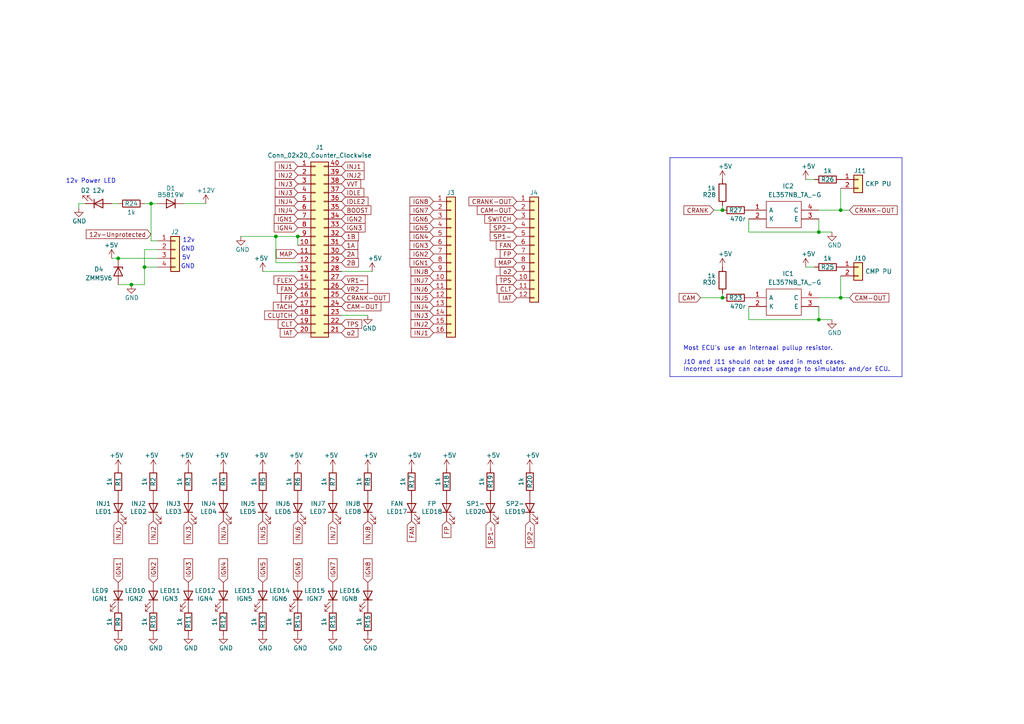
<source format=kicad_sch>
(kicad_sch (version 20230121) (generator eeschema)
  (paper "A4")
  (lib_symbols
    (symbol "Connector_Generic:Conn_01x02" (pin_names (offset 1.016) hide)
      (property "Reference" "J" (at 0 2.54 0))
      (property "Value" "Conn_01x02" (at 0 -5.08 0))
      (symbol "Conn_01x02_1_1"
        (pin passive line (at -5.08 0 0) (length 3.81) (name "Pin_1") (number "1"))
        (pin passive line (at -5.08 -2.54 0) (length 3.81) (name "Pin_2") (number "2"))
      )
    )
    (symbol "Connector_Generic:Conn_01x04" (pin_names (offset 1.016) hide)
      (property "Reference" "J" (at 0 5.08 0))
      (property "Value" "Conn_01x04" (at 0 -7.62 0))
      (symbol "Conn_01x04_1_1"
        (pin passive line (at -5.08 2.54 0) (length 3.81) (name "Pin_1") (number "1"))
        (pin passive line (at -5.08 0 0) (length 3.81) (name "Pin_2") (number "2"))
        (pin passive line (at -5.08 -2.54 0) (length 3.81) (name "Pin_3") (number "3"))
        (pin passive line (at -5.08 -5.08 0) (length 3.81) (name "Pin_4") (number "4"))
      )
    )
    (symbol "Connector_Generic:Conn_01x12" (pin_names (offset 1.016) hide)
      (property "Reference" "J" (at 0 15.24 0))
      (property "Value" "Conn_01x12" (at 0 -17.78 0))
      (symbol "Conn_01x12_1_1"
        (pin passive line (at -5.08 12.7 0) (length 3.81) (name "Pin_1") (number "1"))
        (pin passive line (at -5.08 -10.16 0) (length 3.81) (name "Pin_10") (number "10"))
        (pin passive line (at -5.08 -12.7 0) (length 3.81) (name "Pin_11") (number "11"))
        (pin passive line (at -5.08 -15.24 0) (length 3.81) (name "Pin_12") (number "12"))
        (pin passive line (at -5.08 10.16 0) (length 3.81) (name "Pin_2") (number "2"))
        (pin passive line (at -5.08 7.62 0) (length 3.81) (name "Pin_3") (number "3"))
        (pin passive line (at -5.08 5.08 0) (length 3.81) (name "Pin_4") (number "4"))
        (pin passive line (at -5.08 2.54 0) (length 3.81) (name "Pin_5") (number "5"))
        (pin passive line (at -5.08 0 0) (length 3.81) (name "Pin_6") (number "6"))
        (pin passive line (at -5.08 -2.54 0) (length 3.81) (name "Pin_7") (number "7"))
        (pin passive line (at -5.08 -5.08 0) (length 3.81) (name "Pin_8") (number "8"))
        (pin passive line (at -5.08 -7.62 0) (length 3.81) (name "Pin_9") (number "9"))
      )
    )
    (symbol "Connector_Generic:Conn_01x16" (pin_names (offset 1.016) hide)
      (property "Reference" "J" (at 0 20.32 0))
      (property "Value" "Conn_01x16" (at 0 -22.86 0))
      (symbol "Conn_01x16_1_1"
        (pin passive line (at -5.08 17.78 0) (length 3.81) (name "Pin_1") (number "1"))
        (pin passive line (at -5.08 -5.08 0) (length 3.81) (name "Pin_10") (number "10"))
        (pin passive line (at -5.08 -7.62 0) (length 3.81) (name "Pin_11") (number "11"))
        (pin passive line (at -5.08 -10.16 0) (length 3.81) (name "Pin_12") (number "12"))
        (pin passive line (at -5.08 -12.7 0) (length 3.81) (name "Pin_13") (number "13"))
        (pin passive line (at -5.08 -15.24 0) (length 3.81) (name "Pin_14") (number "14"))
        (pin passive line (at -5.08 -17.78 0) (length 3.81) (name "Pin_15") (number "15"))
        (pin passive line (at -5.08 -20.32 0) (length 3.81) (name "Pin_16") (number "16"))
        (pin passive line (at -5.08 15.24 0) (length 3.81) (name "Pin_2") (number "2"))
        (pin passive line (at -5.08 12.7 0) (length 3.81) (name "Pin_3") (number "3"))
        (pin passive line (at -5.08 10.16 0) (length 3.81) (name "Pin_4") (number "4"))
        (pin passive line (at -5.08 7.62 0) (length 3.81) (name "Pin_5") (number "5"))
        (pin passive line (at -5.08 5.08 0) (length 3.81) (name "Pin_6") (number "6"))
        (pin passive line (at -5.08 2.54 0) (length 3.81) (name "Pin_7") (number "7"))
        (pin passive line (at -5.08 0 0) (length 3.81) (name "Pin_8") (number "8"))
        (pin passive line (at -5.08 -2.54 0) (length 3.81) (name "Pin_9") (number "9"))
      )
    )
    (symbol "Device:D" (pin_numbers hide) (pin_names (offset 1.016) hide)
      (property "Reference" "D" (at 0 2.54 0))
      (property "Value" "D" (at 0 -2.54 0))
      (symbol "D_1_1"
        (pin passive line (at -3.81 0 0) (length 2.54) (name "K") (number "1"))
        (pin passive line (at 3.81 0 180) (length 2.54) (name "A") (number "2"))
      )
    )
    (symbol "Device:LED" (pin_numbers hide) (pin_names (offset 1.016) hide)
      (property "Reference" "D" (at 0 2.54 0))
      (property "Value" "LED" (at 0 -2.54 0))
      (symbol "LED_1_1"
        (pin passive line (at -3.81 0 0) (length 2.54) (name "K") (number "1"))
        (pin passive line (at 3.81 0 180) (length 2.54) (name "A") (number "2"))
      )
    )
    (symbol "Device:R" (pin_numbers hide) (pin_names (offset 0))
      (property "Reference" "R" (at 2.032 0 90))
      (property "Value" "R" (at 0 0 90))
      (symbol "R_1_1"
        (pin passive line (at 0 3.81 270) (length 1.27) (name "~") (number "1"))
        (pin passive line (at 0 -3.81 90) (length 1.27) (name "~") (number "2"))
      )
    )
    (symbol "Diode:ZMMxx" (pin_numbers hide) (pin_names hide)
      (property "Reference" "D" (at 0 2.54 0))
      (property "Value" "ZMMxx" (at 0 -2.54 0))
      (symbol "ZMMxx_1_1"
        (pin passive line (at -3.81 0 0) (length 2.54) (name "K") (number "1"))
        (pin passive line (at 3.81 0 180) (length 2.54) (name "A") (number "2"))
      )
    )
    (symbol "EL357NB_TA_-G:EL357NB_TA_-G" (pin_names (offset 0.762))
      (property "Reference" "IC" (at 16.51 7.62 0))
      (property "Value" "EL357NB_TA_-G" (at 16.51 5.08 0))
      (symbol "EL357NB_TA_-G_0_0"
        (pin passive line (at 0 0 0) (length 5.08) (name "A") (number "1"))
        (pin passive line (at 0 -2.54 0) (length 5.08) (name "K") (number "2"))
        (pin passive line (at 20.32 -2.54 180) (length 5.08) (name "E") (number "3"))
        (pin passive line (at 20.32 0 180) (length 5.08) (name "C") (number "4"))
      )
    )
    (symbol "Pre_Ignition-rescue:Conn_02x20_Counter_Clockwise-Connector_Generic" (pin_names (offset 1.016) hide)
      (property "Reference" "J" (at 1.27 25.4 0))
      (property "Value" "Conn_02x20_Counter_Clockwise-Connector_Generic" (at 1.27 -27.94 0))
      (symbol "Conn_02x20_Counter_Clockwise-Connector_Generic_1_1"
        (pin passive line (at -5.08 22.86 0) (length 3.81) (name "Pin_1") (number "1"))
        (pin passive line (at -5.08 0 0) (length 3.81) (name "Pin_10") (number "10"))
        (pin passive line (at -5.08 -2.54 0) (length 3.81) (name "Pin_11") (number "11"))
        (pin passive line (at -5.08 -5.08 0) (length 3.81) (name "Pin_12") (number "12"))
        (pin passive line (at -5.08 -7.62 0) (length 3.81) (name "Pin_13") (number "13"))
        (pin passive line (at -5.08 -10.16 0) (length 3.81) (name "Pin_14") (number "14"))
        (pin passive line (at -5.08 -12.7 0) (length 3.81) (name "Pin_15") (number "15"))
        (pin passive line (at -5.08 -15.24 0) (length 3.81) (name "Pin_16") (number "16"))
        (pin passive line (at -5.08 -17.78 0) (length 3.81) (name "Pin_17") (number "17"))
        (pin passive line (at -5.08 -20.32 0) (length 3.81) (name "Pin_18") (number "18"))
        (pin passive line (at -5.08 -22.86 0) (length 3.81) (name "Pin_19") (number "19"))
        (pin passive line (at -5.08 20.32 0) (length 3.81) (name "Pin_2") (number "2"))
        (pin passive line (at -5.08 -25.4 0) (length 3.81) (name "Pin_20") (number "20"))
        (pin passive line (at 7.62 -25.4 180) (length 3.81) (name "Pin_21") (number "21"))
        (pin passive line (at 7.62 -22.86 180) (length 3.81) (name "Pin_22") (number "22"))
        (pin passive line (at 7.62 -20.32 180) (length 3.81) (name "Pin_23") (number "23"))
        (pin passive line (at 7.62 -17.78 180) (length 3.81) (name "Pin_24") (number "24"))
        (pin passive line (at 7.62 -15.24 180) (length 3.81) (name "Pin_25") (number "25"))
        (pin passive line (at 7.62 -12.7 180) (length 3.81) (name "Pin_26") (number "26"))
        (pin passive line (at 7.62 -10.16 180) (length 3.81) (name "Pin_27") (number "27"))
        (pin passive line (at 7.62 -7.62 180) (length 3.81) (name "Pin_28") (number "28"))
        (pin passive line (at 7.62 -5.08 180) (length 3.81) (name "Pin_29") (number "29"))
        (pin passive line (at -5.08 17.78 0) (length 3.81) (name "Pin_3") (number "3"))
        (pin passive line (at 7.62 -2.54 180) (length 3.81) (name "Pin_30") (number "30"))
        (pin passive line (at 7.62 0 180) (length 3.81) (name "Pin_31") (number "31"))
        (pin passive line (at 7.62 2.54 180) (length 3.81) (name "Pin_32") (number "32"))
        (pin passive line (at 7.62 5.08 180) (length 3.81) (name "Pin_33") (number "33"))
        (pin passive line (at 7.62 7.62 180) (length 3.81) (name "Pin_34") (number "34"))
        (pin passive line (at 7.62 10.16 180) (length 3.81) (name "Pin_35") (number "35"))
        (pin passive line (at 7.62 12.7 180) (length 3.81) (name "Pin_36") (number "36"))
        (pin passive line (at 7.62 15.24 180) (length 3.81) (name "Pin_37") (number "37"))
        (pin passive line (at 7.62 17.78 180) (length 3.81) (name "Pin_38") (number "38"))
        (pin passive line (at 7.62 20.32 180) (length 3.81) (name "Pin_39") (number "39"))
        (pin passive line (at -5.08 15.24 0) (length 3.81) (name "Pin_4") (number "4"))
        (pin passive line (at 7.62 22.86 180) (length 3.81) (name "Pin_40") (number "40"))
        (pin passive line (at -5.08 12.7 0) (length 3.81) (name "Pin_5") (number "5"))
        (pin passive line (at -5.08 10.16 0) (length 3.81) (name "Pin_6") (number "6"))
        (pin passive line (at -5.08 7.62 0) (length 3.81) (name "Pin_7") (number "7"))
        (pin passive line (at -5.08 5.08 0) (length 3.81) (name "Pin_8") (number "8"))
        (pin passive line (at -5.08 2.54 0) (length 3.81) (name "Pin_9") (number "9"))
      )
    )
    (symbol "power:+12V" (power) (pin_names (offset 0))
      (property "Value" "+12V" (at 0 3.556 0))
      (symbol "+12V_1_1"
        (pin power_in line (at 0 0 90) (length 0) hide (name "+12V") (number "1"))
      )
    )
    (symbol "power:+5V" (power) (pin_names (offset 0))
      (property "Value" "+5V" (at 0 3.556 0))
      (symbol "+5V_1_1"
        (pin power_in line (at 0 0 90) (length 0) hide (name "+5V") (number "1"))
      )
    )
    (symbol "power:GND" (power) (pin_names (offset 0))
      (property "Value" "GND" (at 0 -3.81 0))
      (symbol "GND_1_1"
        (pin power_in line (at 0 0 270) (length 0) hide (name "GND") (number "1"))
      )
    )
  )
  (junction (at 34.29 74.93))
  (junction (at 209.55 86.36))
  (junction (at 41.91 77.47))
  (junction (at 237.49 67.31))
  (junction (at 80.01 68.58))
  (junction (at 243.84 86.36))
  (junction (at 243.84 60.96))
  (junction (at 86.36 68.58))
  (junction (at 43.815 59.055))
  (junction (at 38.1 82.55))
  (junction (at 209.55 60.96))
  (junction (at 237.49 92.71))
  (wire (pts (xy 243.84 86.36) (xy 237.49 86.36)))
  (polyline (pts (xy 261.62 45.72) (xy 261.62 109.22)))
  (polyline (pts (xy 261.62 109.22) (xy 194.31 109.22)))
  (wire (pts (xy 43.815 59.055) (xy 43.815 69.85)))
  (wire (pts (xy 38.1 82.55) (xy 41.91 82.55)))
  (wire (pts (xy 107.95 78.74) (xy 99.06 78.74)))
  (wire (pts (xy 41.91 82.55) (xy 41.91 77.47)))
  (wire (pts (xy 34.29 74.93) (xy 45.72 74.93)))
  (wire (pts (xy 246.38 60.96) (xy 243.84 60.96)))
  (wire (pts (xy 22.86 60.325) (xy 22.86 59.055)))
  (wire (pts (xy 80.01 68.58) (xy 80.01 76.2)))
  (wire (pts (xy 34.29 82.55) (xy 38.1 82.55)))
  (polyline (pts (xy 194.31 109.22) (xy 194.31 45.72)))
  (polyline (pts (xy 194.31 45.72) (xy 261.62 45.72)))
  (wire (pts (xy 203.2 86.36) (xy 209.55 86.36)))
  (wire (pts (xy 32.385 59.055) (xy 34.29 59.055)))
  (wire (pts (xy 32.385 74.93) (xy 34.29 74.93)))
  (wire (pts (xy 217.17 88.9) (xy 217.17 92.71)))
  (wire (pts (xy 41.91 77.47) (xy 45.72 77.47)))
  (wire (pts (xy 86.36 71.12) (xy 86.36 68.58)))
  (wire (pts (xy 53.34 59.055) (xy 59.69 59.055)))
  (wire (pts (xy 217.17 63.5) (xy 217.17 67.31)))
  (wire (pts (xy 233.68 52.07) (xy 236.22 52.07)))
  (wire (pts (xy 41.91 72.39) (xy 45.72 72.39)))
  (wire (pts (xy 80.01 76.2) (xy 86.36 76.2)))
  (wire (pts (xy 209.55 59.69) (xy 209.55 60.96)))
  (wire (pts (xy 207.01 60.96) (xy 209.55 60.96)))
  (wire (pts (xy 243.84 60.96) (xy 237.49 60.96)))
  (wire (pts (xy 237.49 92.71) (xy 241.3 92.71)))
  (wire (pts (xy 43.815 69.85) (xy 45.72 69.85)))
  (wire (pts (xy 80.01 68.58) (xy 86.36 68.58)))
  (wire (pts (xy 209.55 85.09) (xy 209.55 86.36)))
  (wire (pts (xy 237.49 88.9) (xy 237.49 92.71)))
  (wire (pts (xy 41.91 72.39) (xy 41.91 77.47)))
  (wire (pts (xy 43.815 59.055) (xy 45.72 59.055)))
  (wire (pts (xy 22.86 59.055) (xy 24.765 59.055)))
  (wire (pts (xy 237.49 63.5) (xy 237.49 67.31)))
  (wire (pts (xy 41.91 59.055) (xy 43.815 59.055)))
  (wire (pts (xy 243.84 54.61) (xy 243.84 60.96)))
  (wire (pts (xy 237.49 67.31) (xy 241.3 67.31)))
  (wire (pts (xy 217.17 92.71) (xy 237.49 92.71)))
  (wire (pts (xy 243.84 80.01) (xy 243.84 86.36)))
  (wire (pts (xy 246.38 86.36) (xy 243.84 86.36)))
  (wire (pts (xy 106.68 91.44) (xy 99.06 91.44)))
  (wire (pts (xy 217.17 67.31) (xy 237.49 67.31)))
  (wire (pts (xy 233.68 77.47) (xy 236.22 77.47)))
  (wire (pts (xy 76.2 78.74) (xy 86.36 78.74)))
  (wire (pts (xy 69.85 68.58) (xy 80.01 68.58)))
  (text "Most ECU's use an internaal pullup resistor. \n\nJ10 and J11 should not be used in most cases.\nIncorrect usage can cause damage to simulator and/or ECU." (at 198.12 107.95 0) (effects (font (size 1.27 1.27)) (justify left bottom)))
  (text "GND" (at 56.515 78.105 0) (effects (font (size 1.27 1.27)) (justify right bottom)))
  (text "GND" (at 56.515 73.025 0) (effects (font (size 1.27 1.27)) (justify right bottom)))
  (text "12v" (at 56.515 70.485 0) (effects (font (size 1.27 1.27)) (justify right bottom)))
  (text "5V" (at 55.245 75.565 0) (effects (font (size 1.27 1.27)) (justify right bottom)))
  (text "12v Power LED" (at 33.655 53.34 0) (effects (font (size 1.27 1.27)) (justify right bottom)))
  (global_label "IGN5" (shape input) (at 125.73 66.04 180) (property "Intersheetrefs" "${INTERSHEET_REFS}" (effects hide)))
  (global_label "INJ6" (shape input) (at 125.73 83.82 180) (property "Intersheetrefs" "${INTERSHEET_REFS}" (effects hide)))
  (global_label "IAT" (shape input) (at 86.36 96.52 180) (property "Intersheetrefs" "${INTERSHEET_REFS}" (effects hide)))
  (global_label "INJ1" (shape input) (at 34.29 151.13 270) (property "Intersheetrefs" "${INTERSHEET_REFS}" (effects hide)))
  (global_label "VR1-" (shape input) (at 99.06 81.28 0) (property "Intersheetrefs" "${INTERSHEET_REFS}" (effects hide)))
  (global_label "CRANK" (shape input) (at 207.01 60.96 180) (property "Intersheetrefs" "${INTERSHEET_REFS}" (effects hide)))
  (global_label "IGN6" (shape input) (at 86.36 168.91 90) (property "Intersheetrefs" "${INTERSHEET_REFS}" (effects hide)))
  (global_label "INJ7" (shape input) (at 125.73 81.28 180) (property "Intersheetrefs" "${INTERSHEET_REFS}" (effects hide)))
  (global_label "TPS" (shape input) (at 149.86 81.28 180) (property "Intersheetrefs" "${INTERSHEET_REFS}" (effects hide)))
  (global_label "IAT" (shape input) (at 149.86 86.36 180) (property "Intersheetrefs" "${INTERSHEET_REFS}" (effects hide)))
  (global_label "CRANK-OUT" (shape input) (at 149.86 58.42 180) (property "Intersheetrefs" "${INTERSHEET_REFS}" (effects hide)))
  (global_label "INJ4" (shape input) (at 64.77 151.13 270) (property "Intersheetrefs" "${INTERSHEET_REFS}" (effects hide)))
  (global_label "IGN2" (shape input) (at 125.73 73.66 180) (property "Intersheetrefs" "${INTERSHEET_REFS}" (effects hide)))
  (global_label "INJ2" (shape input) (at 86.36 50.8 180) (property "Intersheetrefs" "${INTERSHEET_REFS}" (effects hide)))
  (global_label "IGN3" (shape input) (at 99.06 66.04 0) (property "Intersheetrefs" "${INTERSHEET_REFS}" (effects hide)))
  (global_label "INJ5" (shape input) (at 76.2 151.13 270) (property "Intersheetrefs" "${INTERSHEET_REFS}" (effects hide)))
  (global_label "INJ4" (shape input) (at 125.73 88.9 180) (property "Intersheetrefs" "${INTERSHEET_REFS}" (effects hide)))
  (global_label "INJ2" (shape input) (at 99.06 50.8 0) (property "Intersheetrefs" "${INTERSHEET_REFS}" (effects hide)))
  (global_label "IGN4" (shape input) (at 125.73 68.58 180) (property "Intersheetrefs" "${INTERSHEET_REFS}" (effects hide)))
  (global_label "CRANK-OUT" (shape input) (at 246.38 60.96 0) (property "Intersheetrefs" "${INTERSHEET_REFS}" (effects hide)))
  (global_label "FAN" (shape input) (at 119.38 151.13 270) (property "Intersheetrefs" "${INTERSHEET_REFS}" (effects hide)))
  (global_label "SP1-" (shape input) (at 149.86 68.58 180) (property "Intersheetrefs" "${INTERSHEET_REFS}" (effects hide)))
  (global_label "IGN3" (shape input) (at 125.73 71.12 180) (property "Intersheetrefs" "${INTERSHEET_REFS}" (effects hide)))
  (global_label "INJ4" (shape input) (at 86.36 58.42 180) (property "Intersheetrefs" "${INTERSHEET_REFS}" (effects hide)))
  (global_label "INJ2" (shape input) (at 44.45 151.13 270) (property "Intersheetrefs" "${INTERSHEET_REFS}" (effects hide)))
  (global_label "TPS" (shape input) (at 99.06 93.98 0) (property "Intersheetrefs" "${INTERSHEET_REFS}" (effects hide)))
  (global_label "INJ6" (shape input) (at 86.36 151.13 270) (property "Intersheetrefs" "${INTERSHEET_REFS}" (effects hide)))
  (global_label "IDLE2" (shape input) (at 99.06 58.42 0) (property "Intersheetrefs" "${INTERSHEET_REFS}" (effects hide)))
  (global_label "IGN4" (shape input) (at 86.36 66.04 180) (property "Intersheetrefs" "${INTERSHEET_REFS}" (effects hide)))
  (global_label "FP" (shape input) (at 86.36 86.36 180) (property "Intersheetrefs" "${INTERSHEET_REFS}" (effects hide)))
  (global_label "IGN5" (shape input) (at 76.2 168.91 90) (property "Intersheetrefs" "${INTERSHEET_REFS}" (effects hide)))
  (global_label "IGN8" (shape input) (at 125.73 58.42 180) (property "Intersheetrefs" "${INTERSHEET_REFS}" (effects hide)))
  (global_label "IGN1" (shape input) (at 86.36 63.5 180) (property "Intersheetrefs" "${INTERSHEET_REFS}" (effects hide)))
  (global_label "SP2-" (shape input) (at 153.67 151.13 270) (property "Intersheetrefs" "${INTERSHEET_REFS}" (effects hide)))
  (global_label "CAM" (shape input) (at 203.2 86.36 180) (property "Intersheetrefs" "${INTERSHEET_REFS}" (effects hide)))
  (global_label "MAP" (shape input) (at 149.86 76.2 180) (property "Intersheetrefs" "${INTERSHEET_REFS}" (effects hide)))
  (global_label "IGN1" (shape input) (at 34.29 168.91 90) (property "Intersheetrefs" "${INTERSHEET_REFS}" (effects hide)))
  (global_label "FAN" (shape input) (at 149.86 71.12 180) (property "Intersheetrefs" "${INTERSHEET_REFS}" (effects hide)))
  (global_label "IGN2" (shape input) (at 99.06 63.5 0) (property "Intersheetrefs" "${INTERSHEET_REFS}" (effects hide)))
  (global_label "2A" (shape input) (at 99.06 73.66 0) (property "Intersheetrefs" "${INTERSHEET_REFS}" (effects hide)))
  (global_label "INJ3" (shape input) (at 125.73 91.44 180) (property "Intersheetrefs" "${INTERSHEET_REFS}" (effects hide)))
  (global_label "2B" (shape input) (at 99.06 76.2 0) (property "Intersheetrefs" "${INTERSHEET_REFS}" (effects hide)))
  (global_label "INJ7" (shape input) (at 96.52 151.13 270) (property "Intersheetrefs" "${INTERSHEET_REFS}" (effects hide)))
  (global_label "FLEX" (shape input) (at 86.36 81.28 180) (property "Intersheetrefs" "${INTERSHEET_REFS}" (effects hide)))
  (global_label "INJ1" (shape input) (at 125.73 96.52 180) (property "Intersheetrefs" "${INTERSHEET_REFS}" (effects hide)))
  (global_label "FP" (shape input) (at 149.86 73.66 180) (property "Intersheetrefs" "${INTERSHEET_REFS}" (effects hide)))
  (global_label "CAM-OUT" (shape input) (at 149.86 60.96 180) (property "Intersheetrefs" "${INTERSHEET_REFS}" (effects hide)))
  (global_label "1A" (shape input) (at 99.06 71.12 0) (property "Intersheetrefs" "${INTERSHEET_REFS}" (effects hide)))
  (global_label "SWITCH" (shape input) (at 149.86 63.5 180) (property "Intersheetrefs" "${INTERSHEET_REFS}" (effects hide)))
  (global_label "CLT" (shape input) (at 86.36 93.98 180) (property "Intersheetrefs" "${INTERSHEET_REFS}" (effects hide)))
  (global_label "FAN" (shape input) (at 86.36 83.82 180) (property "Intersheetrefs" "${INTERSHEET_REFS}" (effects hide)))
  (global_label "IGN7" (shape input) (at 96.52 168.91 90) (property "Intersheetrefs" "${INTERSHEET_REFS}" (effects hide)))
  (global_label "CLT" (shape input) (at 149.86 83.82 180) (property "Intersheetrefs" "${INTERSHEET_REFS}" (effects hide)))
  (global_label "INJ3" (shape input) (at 54.61 151.13 270) (property "Intersheetrefs" "${INTERSHEET_REFS}" (effects hide)))
  (global_label "IDLE" (shape input) (at 99.06 55.88 0) (property "Intersheetrefs" "${INTERSHEET_REFS}" (effects hide)))
  (global_label "INJ8" (shape input) (at 125.73 78.74 180) (property "Intersheetrefs" "${INTERSHEET_REFS}" (effects hide)))
  (global_label "CAM-OUT" (shape input) (at 246.38 86.36 0) (property "Intersheetrefs" "${INTERSHEET_REFS}" (effects hide)))
  (global_label "INJ8" (shape input) (at 106.68 151.13 270) (property "Intersheetrefs" "${INTERSHEET_REFS}" (effects hide)))
  (global_label "CAM-OUT" (shape input) (at 99.06 88.9 0) (property "Intersheetrefs" "${INTERSHEET_REFS}" (effects hide)))
  (global_label "IGN8" (shape input) (at 106.68 168.91 90) (property "Intersheetrefs" "${INTERSHEET_REFS}" (effects hide)))
  (global_label "INJ1" (shape input) (at 86.36 48.26 180) (property "Intersheetrefs" "${INTERSHEET_REFS}" (effects hide)))
  (global_label "CLUTCH" (shape input) (at 86.36 91.44 180) (property "Intersheetrefs" "${INTERSHEET_REFS}" (effects hide)))
  (global_label "o2" (shape input) (at 99.06 96.52 0) (property "Intersheetrefs" "${INTERSHEET_REFS}" (effects hide)))
  (global_label "o2" (shape input) (at 149.86 78.74 180) (property "Intersheetrefs" "${INTERSHEET_REFS}" (effects hide)))
  (global_label "INJ2" (shape input) (at 125.73 93.98 180) (property "Intersheetrefs" "${INTERSHEET_REFS}" (effects hide)))
  (global_label "IGN1" (shape input) (at 125.73 76.2 180) (property "Intersheetrefs" "${INTERSHEET_REFS}" (effects hide)))
  (global_label "BOOST" (shape input) (at 99.06 60.96 0) (property "Intersheetrefs" "${INTERSHEET_REFS}" (effects hide)))
  (global_label "SP2-" (shape input) (at 149.86 66.04 180) (property "Intersheetrefs" "${INTERSHEET_REFS}" (effects hide)))
  (global_label "FP" (shape input) (at 129.54 151.13 270) (property "Intersheetrefs" "${INTERSHEET_REFS}" (effects hide)))
  (global_label "IGN7" (shape input) (at 125.73 60.96 180) (property "Intersheetrefs" "${INTERSHEET_REFS}" (effects hide)))
  (global_label "IGN6" (shape input) (at 125.73 63.5 180) (property "Intersheetrefs" "${INTERSHEET_REFS}" (effects hide)))
  (global_label "IGN3" (shape input) (at 54.61 168.91 90) (property "Intersheetrefs" "${INTERSHEET_REFS}" (effects hide)))
  (global_label "TACH" (shape input) (at 86.36 88.9 180) (property "Intersheetrefs" "${INTERSHEET_REFS}" (effects hide)))
  (global_label "CRANK-OUT" (shape input) (at 99.06 86.36 0) (property "Intersheetrefs" "${INTERSHEET_REFS}" (effects hide)))
  (global_label "IGN2" (shape input) (at 44.45 168.91 90) (property "Intersheetrefs" "${INTERSHEET_REFS}" (effects hide)))
  (global_label "1B" (shape input) (at 99.06 68.58 0) (property "Intersheetrefs" "${INTERSHEET_REFS}" (effects hide)))
  (global_label "INJ3" (shape input) (at 86.36 53.34 180) (property "Intersheetrefs" "${INTERSHEET_REFS}" (effects hide)))
  (global_label "VVT" (shape input) (at 99.06 53.34 0) (property "Intersheetrefs" "${INTERSHEET_REFS}" (effects hide)))
  (global_label "IGN4" (shape input) (at 64.77 168.91 90) (property "Intersheetrefs" "${INTERSHEET_REFS}" (effects hide)))
  (global_label "VR2-" (shape input) (at 99.06 83.82 0) (property "Intersheetrefs" "${INTERSHEET_REFS}" (effects hide)))
  (global_label "INJ4" (shape input) (at 86.36 60.96 180) (property "Intersheetrefs" "${INTERSHEET_REFS}" (effects hide)))
  (global_label "INJ5" (shape input) (at 125.73 86.36 180) (property "Intersheetrefs" "${INTERSHEET_REFS}" (effects hide)))
  (global_label "SP1-" (shape input) (at 142.24 151.13 270) (property "Intersheetrefs" "${INTERSHEET_REFS}" (effects hide)))
  (global_label "12v-Unprotected" (shape input) (at 43.815 67.945 180) (property "Intersheetrefs" "${INTERSHEET_REFS}" (effects hide)))
  (global_label "INJ3" (shape input) (at 86.36 55.88 180) (property "Intersheetrefs" "${INTERSHEET_REFS}" (effects hide)))
  (global_label "MAP" (shape input) (at 86.36 73.66 180) (property "Intersheetrefs" "${INTERSHEET_REFS}" (effects hide)))
  (global_label "INJ1" (shape input) (at 99.06 48.26 0) (property "Intersheetrefs" "${INTERSHEET_REFS}" (effects hide)))
  (symbol (lib_id "Pre_Ignition-rescue:Conn_02x20_Counter_Clockwise-Connector_Generic") (at 91.44 71.12 0) (unit 1) (in_bom no)
    (property "Reference" "J1" (at 92.71 42.7482 0))
    (property "Value" "Conn_02x20_Counter_Clockwise" (at 92.71 45.0596 0))
    (property "Footprint" "Connector_Automotive:IDC-Header_2x20_P2.54mm_Vertical_Speeduino" (effects hide))
  )
  (symbol (lib_id "Device:LED") (at 129.54 147.32 90) (unit 1)
    (property "Reference" "LED18" (at 125.2728 148.3868 90))
    (property "Value" "FP" (at 125.2728 146.0754 90))
    (property "Footprint" "LED_SMD:LED_0603_1608Metric" (effects hide))
    (property "LCSC" "C2286" (effects hide))
  )
  (symbol (lib_id "EL357NB_TA_-G:EL357NB_TA_-G") (at 217.17 86.36 0) (unit 1)
    (property "Reference" "IC1" (at 228.6 79.375 0))
    (property "Value" "EL357NB_TA_-G" (at 230.505 81.915 0))
    (property "Footprint" "Detonation:SOP254P700X200-4N" (effects hide))
    (property "Datasheet" "https://www.arrow.com/en/products/el357nb-ta-g/everlight-electronics" (effects hide))
    (property "Description" "OPTOISOLATOR 3.75KV TRANS 4-SOP" (effects hide))
    (property "Height" "2" (effects hide))
    (property "Manufacturer_Name" "Everlight" (effects hide))
    (property "Manufacturer_Part_Number" "EL357NB(TA)-G" (effects hide))
    (property "Mouser Part Number" "638-EL357NBTAG" (effects hide))
    (property "Mouser Price/Stock" "https://www.mouser.co.uk/ProductDetail/Everlight/EL357NBTA-G?qs=8PzhAHr7IdPkZ%252Bpe78XBnA%3D%3D" (effects hide))
    (property "Arrow Part Number" "EL357NB(TA)-G" (effects hide))
    (property "Arrow Price/Stock" "https://www.arrow.com/en/products/el357nb-ta-g/everlight-electronics?region=nac" (effects hide))
    (property "LCSC" "C6649" (effects hide))
    (instances (project "Simulator" (path "" (reference "IC1") (unit 1)) (path "" (reference "IC2") (unit 1))))
  )
  (symbol (lib_id "Device:LED") (at 54.61 147.32 90) (unit 1)
    (property "Reference" "LED3" (at 50.3428 148.3868 90))
    (property "Value" "INJ3" (at 50.3428 146.0754 90))
    (property "Footprint" "LED_SMD:LED_0603_1608Metric" (effects hide))
    (property "LCSC" "C2286" (effects hide))
  )
  (symbol (lib_id "power:GND") (at 44.45 184.15 0) (mirror y) (unit 1)
    (property "Reference" "#PWR020" (effects hide))
    (property "Value" "GND" (at 43.18 187.96 0) (effects (justify right)))
  )
  (symbol (lib_id "power:+5V") (at 209.55 77.47 0) (unit 1)
    (property "Reference" "#PWR028" (effects hide))
    (property "Value" "+5V" (at 208.28 73.66 0) (effects (justify left)))
  )
  (symbol (lib_id "Device:D") (at 49.53 59.055 180) (unit 1)
    (property "Reference" "D1" (at 49.53 54.61 0))
    (property "Value" "B5819W" (at 49.53 56.515 0))
    (property "Footprint" "Diode_SMD:D_SOD-123" (effects hide))
    (property "LCSC" "C8598" (effects hide))
  )
  (symbol (lib_id "Device:R") (at 76.2 139.7 0) (mirror y) (unit 1)
    (property "Reference" "R5" (at 76.2 139.7 90))
    (property "Value" "1k" (at 73.66 139.7 90))
    (property "Footprint" "Resistor_SMD:R_0603_1608Metric" (effects hide))
    (property "LCSC" "C21190" (effects hide))
  )
  (symbol (lib_id "power:GND") (at 106.68 184.15 0) (mirror y) (unit 1)
    (property "Reference" "#PWR026" (effects hide))
    (property "Value" "GND" (at 105.41 187.96 0) (effects (justify right)))
    (instances (project "Simulator" (path "" (reference "#PWR026") (unit 1)) (path "" (reference "#PWR01") (unit 1))))
  )
  (symbol (lib_id "power:+5V") (at 44.45 135.89 0) (unit 1)
    (property "Reference" "#PWR07" (effects hide))
    (property "Value" "+5V" (at 41.91 132.08 0) (effects (justify left)))
  )
  (symbol (lib_id "Device:LED") (at 106.68 172.72 270) (mirror x) (unit 1)
    (property "Reference" "LED16" (at 101.4222 171.323 90))
    (property "Value" "IGN8" (at 101.4222 173.6344 90))
    (property "Footprint" "LED_SMD:LED_0603_1608Metric" (effects hide))
    (property "LCSC" "C2286" (effects hide))
  )
  (symbol (lib_id "Device:R") (at 209.55 81.28 180) (unit 1)
    (property "Reference" "R30" (at 205.74 81.915 0))
    (property "Value" "1k" (at 206.375 80.01 0))
    (property "Footprint" "Resistor_SMD:R_0603_1608Metric" (effects hide))
    (property "LCSC" "C21190" (effects hide))
  )
  (symbol (lib_id "Device:R") (at 129.54 139.7 0) (mirror y) (unit 1)
    (property "Reference" "R18" (at 129.54 139.7 90))
    (property "Value" "1k" (at 127 139.7 90))
    (property "Footprint" "Resistor_SMD:R_0603_1608Metric" (effects hide))
    (property "LCSC" "C21190" (effects hide))
  )
  (symbol (lib_id "Device:LED") (at 106.68 147.32 90) (unit 1)
    (property "Reference" "LED8" (at 102.4128 148.3868 90))
    (property "Value" "INJ8" (at 102.4128 146.0754 90))
    (property "Footprint" "LED_SMD:LED_0603_1608Metric" (effects hide))
    (property "LCSC" "C2286" (effects hide))
  )
  (symbol (lib_id "Device:LED") (at 64.77 172.72 270) (mirror x) (unit 1)
    (property "Reference" "LED12" (at 59.5122 171.323 90))
    (property "Value" "IGN4" (at 59.5122 173.6344 90))
    (property "Footprint" "LED_SMD:LED_0603_1608Metric" (effects hide))
    (property "LCSC" "C2286" (effects hide))
  )
  (symbol (lib_id "power:GND") (at 241.3 67.31 0) (mirror y) (unit 1)
    (property "Reference" "#PWR050" (effects hide))
    (property "Value" "GND" (at 240.03 71.12 0) (effects (justify right)))
    (instances (project "Simulator" (path "" (reference "#PWR050") (unit 1)) (path "" (reference "#PWR055") (unit 1))))
  )
  (symbol (lib_id "power:+5V") (at 96.52 135.89 0) (unit 1)
    (property "Reference" "#PWR012" (effects hide))
    (property "Value" "+5V" (at 93.98 132.08 0) (effects (justify left)))
    (instances (project "Simulator" (path "" (reference "#PWR012") (unit 1)) (path "" (reference "#PWR021") (unit 1))))
  )
  (symbol (lib_id "Device:LED") (at 153.67 147.32 90) (unit 1)
    (property "Reference" "LED19" (at 149.4028 148.3868 90))
    (property "Value" "SP2-" (at 149.4028 146.0754 90))
    (property "Footprint" "LED_SMD:LED_0603_1608Metric" (effects hide))
    (property "LCSC" "C2286" (effects hide))
    (instances (project "Simulator" (path "" (reference "LED19") (unit 1)) (path "" (reference "LED20") (unit 1))))
  )
  (symbol (lib_id "Device:R") (at 64.77 180.34 180) (unit 1)
    (property "Reference" "R12" (at 64.77 180.34 90))
    (property "Value" "1k" (at 62.23 180.34 90))
    (property "Footprint" "Resistor_SMD:R_0603_1608Metric" (effects hide))
    (property "LCSC" "C21190" (effects hide))
  )
  (symbol (lib_id "power:+12V") (at 59.69 59.055 0) (unit 1)
    (property "Reference" "#PWR046" (effects hide))
    (property "Value" "+12V" (at 59.69 55.245 0))
  )
  (symbol (lib_id "Device:R") (at 106.68 180.34 180) (unit 1)
    (property "Reference" "R16" (at 106.68 180.34 90))
    (property "Value" "1k" (at 104.14 180.34 90))
    (property "Footprint" "Resistor_SMD:R_0603_1608Metric" (effects hide))
    (property "LCSC" "C21190" (effects hide))
  )
  (symbol (lib_id "power:GND") (at 54.61 184.15 0) (mirror y) (unit 1)
    (property "Reference" "#PWR021" (effects hide))
    (property "Value" "GND" (at 53.34 187.96 0) (effects (justify right)))
    (instances (project "Simulator" (path "" (reference "#PWR021") (unit 1)) (path "" (reference "#PWR014") (unit 1))))
  )
  (symbol (lib_id "Device:LED") (at 96.52 172.72 270) (mirror x) (unit 1)
    (property "Reference" "LED15" (at 91.2622 171.323 90))
    (property "Value" "IGN7" (at 91.2622 173.6344 90))
    (property "Footprint" "LED_SMD:LED_0603_1608Metric" (effects hide))
    (property "LCSC" "C2286" (effects hide))
  )
  (symbol (lib_id "Device:LED") (at 44.45 147.32 90) (unit 1)
    (property "Reference" "LED2" (at 40.1828 148.3868 90))
    (property "Value" "INJ2" (at 40.1828 146.0754 90))
    (property "Footprint" "LED_SMD:LED_0603_1608Metric" (effects hide))
    (property "LCSC" "C2286" (effects hide))
  )
  (symbol (lib_id "Connector_Generic:Conn_01x12") (at 154.94 71.12 0) (unit 1)
    (property "Reference" "J4" (at 153.67 55.88 0) (effects (justify left)))
    (property "Value" "Conn_01x10" (effects hide))
    (property "Footprint" "TerminalBlock_Phoenix:TerminalBlock_Phoenix_PT-1,5-12-3.5-H_1x12_P3.50mm_Horizontal" (effects hide))
  )
  (symbol (lib_id "Device:LED") (at 34.29 172.72 270) (mirror x) (unit 1)
    (property "Reference" "LED9" (at 29.0322 171.323 90))
    (property "Value" "IGN1" (at 29.0322 173.6344 90))
    (property "Footprint" "LED_SMD:LED_0603_1608Metric" (effects hide))
    (property "LCSC" "C2286" (effects hide))
  )
  (symbol (lib_id "power:GND") (at 64.77 184.15 0) (mirror y) (unit 1)
    (property "Reference" "#PWR022" (effects hide))
    (property "Value" "GND" (at 63.5 187.96 0) (effects (justify right)))
    (instances (project "Simulator" (path "" (reference "#PWR022") (unit 1)) (path "" (reference "#PWR012") (unit 1))))
  )
  (symbol (lib_id "power:+5V") (at 76.2 78.74 0) (unit 1)
    (property "Reference" "#PWR03" (effects hide))
    (property "Value" "+5V" (at 73.66 74.93 0) (effects (justify left)))
    (instances (project "Simulator" (path "" (reference "#PWR03") (unit 1)) (path "" (reference "#PWR022") (unit 1))))
  )
  (symbol (lib_id "power:GND") (at 34.29 184.15 0) (mirror y) (unit 1)
    (property "Reference" "#PWR019" (effects hide))
    (property "Value" "GND" (at 33.02 187.96 0) (effects (justify right)))
    (instances (project "Simulator" (path "" (reference "#PWR019") (unit 1)) (path "" (reference "#PWR023") (unit 1))))
  )
  (symbol (lib_id "power:GND") (at 38.1 82.55 0) (mirror y) (unit 1)
    (property "Reference" "#PWR036" (effects hide))
    (property "Value" "GND" (at 36.195 86.36 0) (effects (justify right)))
  )
  (symbol (lib_id "Device:R") (at 86.36 180.34 180) (unit 1)
    (property "Reference" "R14" (at 86.36 180.34 90))
    (property "Value" "1k" (at 83.82 180.34 90))
    (property "Footprint" "Resistor_SMD:R_0603_1608Metric" (effects hide))
    (property "LCSC" "C21190" (effects hide))
  )
  (symbol (lib_id "Device:R") (at 44.45 139.7 0) (mirror y) (unit 1)
    (property "Reference" "R2" (at 44.45 139.7 90))
    (property "Value" "1k" (at 41.91 139.7 90))
    (property "Footprint" "Resistor_SMD:R_0603_1608Metric" (effects hide))
    (property "LCSC" "C21190" (effects hide))
  )
  (symbol (lib_id "Device:R") (at 142.24 139.7 0) (mirror y) (unit 1)
    (property "Reference" "R19" (at 142.24 139.7 90))
    (property "Value" "1k" (at 139.7 139.7 90))
    (property "Footprint" "Resistor_SMD:R_0603_1608Metric" (effects hide))
    (property "LCSC" "C21190" (effects hide))
  )
  (symbol (lib_id "power:+5V") (at 76.2 135.89 0) (unit 1)
    (property "Reference" "#PWR010" (effects hide))
    (property "Value" "+5V" (at 73.66 132.08 0) (effects (justify left)))
    (instances (project "Simulator" (path "" (reference "#PWR010") (unit 1)) (path "" (reference "#PWR013") (unit 1))))
  )
  (symbol (lib_id "Device:R") (at 106.68 139.7 0) (mirror y) (unit 1)
    (property "Reference" "R8" (at 106.68 139.7 90))
    (property "Value" "1k" (at 104.14 139.7 90))
    (property "Footprint" "Resistor_SMD:R_0603_1608Metric" (effects hide))
    (property "LCSC" "C21190" (effects hide))
  )
  (symbol (lib_id "Device:LED") (at 44.45 172.72 270) (mirror x) (unit 1)
    (property "Reference" "LED10" (at 39.1922 171.323 90))
    (property "Value" "IGN2" (at 39.1922 173.6344 90))
    (property "Footprint" "LED_SMD:LED_0603_1608Metric" (effects hide))
    (property "LCSC" "C2286" (effects hide))
  )
  (symbol (lib_id "Device:LED") (at 76.2 172.72 270) (mirror x) (unit 1)
    (property "Reference" "LED13" (at 70.9422 171.323 90))
    (property "Value" "IGN5" (at 70.9422 173.6344 90))
    (property "Footprint" "LED_SMD:LED_0603_1608Metric" (effects hide))
    (property "LCSC" "C2286" (effects hide))
  )
  (symbol (lib_id "Device:R") (at 213.36 86.36 270) (mirror x) (unit 1)
    (property "Reference" "R23" (at 213.36 86.36 90))
    (property "Value" "470r" (at 213.995 88.9 90))
    (property "Footprint" "Resistor_SMD:R_0603_1608Metric" (effects hide))
    (property "LCSC" "C23179" (effects hide))
  )
  (symbol (lib_id "power:+5V") (at 142.24 135.89 0) (unit 1)
    (property "Reference" "#PWR040" (effects hide))
    (property "Value" "+5V" (at 140.97 132.08 0) (effects (justify left)))
    (instances (project "Simulator" (path "" (reference "#PWR040") (unit 1)) (path "" (reference "#PWR039") (unit 1))))
  )
  (symbol (lib_id "Device:LED") (at 28.575 59.055 0) (mirror x) (unit 1)
    (property "Reference" "D2" (at 24.765 55.245 0))
    (property "Value" "12v" (at 28.575 55.245 0))
    (property "Footprint" "LED_SMD:LED_0603_1608Metric" (effects hide))
    (property "LCSC" "C2286" (effects hide))
  )
  (symbol (lib_id "power:+5V") (at 233.68 52.07 0) (unit 1)
    (property "Reference" "#PWR0103" (effects hide))
    (property "Value" "+5V" (at 232.41 48.26 0) (effects (justify left)))
    (instances (project "Simulator" (path "" (reference "#PWR0103") (unit 1)) (path "" (reference "#PWR058") (unit 1))))
  )
  (symbol (lib_id "Device:LED") (at 76.2 147.32 90) (unit 1)
    (property "Reference" "LED5" (at 71.9328 148.3868 90))
    (property "Value" "INJ5" (at 71.9328 146.0754 90))
    (property "Footprint" "LED_SMD:LED_0603_1608Metric" (effects hide))
    (property "LCSC" "C2286" (effects hide))
  )
  (symbol (lib_id "EL357NB_TA_-G:EL357NB_TA_-G") (at 217.17 60.96 0) (unit 1)
    (property "Reference" "IC2" (at 228.6 53.975 0))
    (property "Value" "EL357NB_TA_-G" (at 230.505 56.515 0))
    (property "Footprint" "Detonation:SOP254P700X200-4N" (effects hide))
    (property "Datasheet" "https://www.arrow.com/en/products/el357nb-ta-g/everlight-electronics" (effects hide))
    (property "Description" "OPTOISOLATOR 3.75KV TRANS 4-SOP" (effects hide))
    (property "Height" "2" (effects hide))
    (property "Manufacturer_Name" "Everlight" (effects hide))
    (property "Manufacturer_Part_Number" "EL357NB(TA)-G" (effects hide))
    (property "Mouser Part Number" "638-EL357NBTAG" (effects hide))
    (property "Mouser Price/Stock" "https://www.mouser.co.uk/ProductDetail/Everlight/EL357NBTA-G?qs=8PzhAHr7IdPkZ%252Bpe78XBnA%3D%3D" (effects hide))
    (property "Arrow Part Number" "EL357NB(TA)-G" (effects hide))
    (property "Arrow Price/Stock" "https://www.arrow.com/en/products/el357nb-ta-g/everlight-electronics?region=nac" (effects hide))
    (property "LCSC" "C6649" (effects hide))
    (instances (project "Simulator" (path "" (reference "IC2") (unit 1)) (path "" (reference "IC1") (unit 1))))
  )
  (symbol (lib_id "power:+5V") (at 153.67 135.89 0) (unit 1)
    (property "Reference" "#PWR039" (effects hide))
    (property "Value" "+5V" (at 152.4 132.08 0) (effects (justify left)))
    (instances (project "Simulator" (path "" (reference "#PWR039") (unit 1)) (path "" (reference "#PWR040") (unit 1))))
  )
  (symbol (lib_id "Connector_Generic:Conn_01x04") (at 50.8 72.39 0) (unit 1) (in_bom no)
    (property "Reference" "J2" (at 49.53 67.31 0) (effects (justify left)))
    (property "Value" "Conn_01x04" (effects hide))
    (property "Footprint" "TerminalBlock_Phoenix:TerminalBlock_Phoenix_PT-1,5-4-3.5-H_1x04_P3.50mm_Horizontal" (effects hide))
  )
  (symbol (lib_id "Device:R") (at 96.52 180.34 180) (unit 1)
    (property "Reference" "R15" (at 96.52 180.34 90))
    (property "Value" "1k" (at 93.98 180.34 90))
    (property "Footprint" "Resistor_SMD:R_0603_1608Metric" (effects hide))
    (property "LCSC" "C21190" (effects hide))
  )
  (symbol (lib_id "Device:R") (at 240.03 52.07 90) (unit 1)
    (property "Reference" "R26" (at 240.03 52.07 90))
    (property "Value" "1k" (at 240.03 49.53 90))
    (property "Footprint" "Resistor_SMD:R_0603_1608Metric" (effects hide))
    (property "LCSC" "C21190" (effects hide))
  )
  (symbol (lib_id "Connector_Generic:Conn_01x16") (at 130.81 76.2 0) (unit 1)
    (property "Reference" "J3" (at 129.54 55.88 0) (effects (justify left)))
    (property "Value" "Conn_01x08" (effects hide))
    (property "Footprint" "TerminalBlock_Phoenix:TerminalBlock_Phoenix_PT-1,5-16-3.5-H_1x16_P3.50mm_Horizontal" (effects hide))
  )
  (symbol (lib_id "Device:R") (at 64.77 139.7 0) (mirror y) (unit 1)
    (property "Reference" "R4" (at 64.77 139.7 90))
    (property "Value" "1k" (at 62.23 139.7 90))
    (property "Footprint" "Resistor_SMD:R_0603_1608Metric" (effects hide))
    (property "LCSC" "C21190" (effects hide))
  )
  (symbol (lib_id "Device:R") (at 213.36 60.96 270) (mirror x) (unit 1)
    (property "Reference" "R27" (at 213.36 60.96 90))
    (property "Value" "470r" (at 213.995 63.5 90))
    (property "Footprint" "Resistor_SMD:R_0603_1608Metric" (effects hide))
    (property "LCSC" "C23179" (effects hide))
  )
  (symbol (lib_id "power:GND") (at 96.52 184.15 0) (mirror y) (unit 1)
    (property "Reference" "#PWR025" (effects hide))
    (property "Value" "GND" (at 95.25 187.96 0) (effects (justify right)))
    (instances (project "Simulator" (path "" (reference "#PWR025") (unit 1)) (path "" (reference "#PWR06") (unit 1))))
  )
  (symbol (lib_id "power:+5V") (at 106.68 135.89 0) (unit 1)
    (property "Reference" "#PWR013" (effects hide))
    (property "Value" "+5V" (at 105.41 132.08 0) (effects (justify left)))
    (instances (project "Simulator" (path "" (reference "#PWR013") (unit 1)) (path "" (reference "#PWR024") (unit 1))))
  )
  (symbol (lib_id "Device:R") (at 86.36 139.7 0) (mirror y) (unit 1)
    (property "Reference" "R6" (at 86.36 139.7 90))
    (property "Value" "1k" (at 83.82 139.7 90))
    (property "Footprint" "Resistor_SMD:R_0603_1608Metric" (effects hide))
    (property "LCSC" "C21190" (effects hide))
  )
  (symbol (lib_id "Device:R") (at 119.38 139.7 0) (mirror y) (unit 1)
    (property "Reference" "R17" (at 119.38 139.7 90))
    (property "Value" "1k" (at 116.84 139.7 90))
    (property "Footprint" "Resistor_SMD:R_0603_1608Metric" (effects hide))
    (property "LCSC" "C21190" (effects hide))
  )
  (symbol (lib_id "Device:LED") (at 86.36 172.72 270) (mirror x) (unit 1)
    (property "Reference" "LED14" (at 81.1022 171.323 90))
    (property "Value" "IGN6" (at 81.1022 173.6344 90))
    (property "Footprint" "LED_SMD:LED_0603_1608Metric" (effects hide))
    (property "LCSC" "C2286" (effects hide))
  )
  (symbol (lib_id "Device:LED") (at 64.77 147.32 90) (unit 1)
    (property "Reference" "LED4" (at 60.5028 148.3868 90))
    (property "Value" "INJ4" (at 60.5028 146.0754 90))
    (property "Footprint" "LED_SMD:LED_0603_1608Metric" (effects hide))
    (property "LCSC" "C2286" (effects hide))
  )
  (symbol (lib_id "Device:R") (at 54.61 139.7 0) (mirror y) (unit 1)
    (property "Reference" "R3" (at 54.61 139.7 90))
    (property "Value" "1k" (at 52.07 139.7 90))
    (property "Footprint" "Resistor_SMD:R_0603_1608Metric" (effects hide))
    (property "LCSC" "C21190" (effects hide))
  )
  (symbol (lib_id "Connector_Generic:Conn_01x02") (at 248.92 52.07 0) (unit 1)
    (property "Reference" "J11" (at 247.65 49.53 0) (effects (justify left)))
    (property "Value" "CKP PU" (at 250.952 53.3146 0) (effects (justify left)))
    (property "Footprint" "Detonation:1x02-Proto" (effects hide))
    (instances (project "Simulator" (path "" (reference "J11") (unit 1)) (path "" (reference "J9") (unit 1))))
  )
  (symbol (lib_id "Device:LED") (at 54.61 172.72 270) (mirror x) (unit 1)
    (property "Reference" "LED11" (at 49.3522 171.323 90))
    (property "Value" "IGN3" (at 49.3522 173.6344 90))
    (property "Footprint" "LED_SMD:LED_0603_1608Metric" (effects hide))
    (property "LCSC" "C2286" (effects hide))
  )
  (symbol (lib_id "Device:LED") (at 86.36 147.32 90) (unit 1)
    (property "Reference" "LED6" (at 82.0928 148.3868 90))
    (property "Value" "INJ6" (at 82.0928 146.0754 90))
    (property "Footprint" "LED_SMD:LED_0603_1608Metric" (effects hide))
    (property "LCSC" "C2286" (effects hide))
  )
  (symbol (lib_id "Device:R") (at 76.2 180.34 180) (unit 1)
    (property "Reference" "R13" (at 76.2 180.34 90))
    (property "Value" "1k" (at 73.66 180.34 90))
    (property "Footprint" "Resistor_SMD:R_0603_1608Metric" (effects hide))
    (property "LCSC" "C21190" (effects hide))
  )
  (symbol (lib_id "Connector_Generic:Conn_01x02") (at 248.92 77.47 0) (unit 1)
    (property "Reference" "J10" (at 247.65 74.93 0) (effects (justify left)))
    (property "Value" "CMP PU" (at 250.952 78.7146 0) (effects (justify left)))
    (property "Footprint" "Detonation:1x02-Proto" (effects hide))
  )
  (symbol (lib_id "power:+5V") (at 34.29 135.89 0) (unit 1)
    (property "Reference" "#PWR06" (effects hide))
    (property "Value" "+5V" (at 31.75 132.08 0) (effects (justify left)))
    (instances (project "Simulator" (path "" (reference "#PWR06") (unit 1)) (path "" (reference "#PWR03") (unit 1))))
  )
  (symbol (lib_id "Device:LED") (at 142.24 147.32 90) (unit 1)
    (property "Reference" "LED20" (at 137.9728 148.3868 90))
    (property "Value" "SP1-" (at 137.9728 146.0754 90))
    (property "Footprint" "LED_SMD:LED_0603_1608Metric" (effects hide))
    (property "LCSC" "C2286" (effects hide))
    (instances (project "Simulator" (path "" (reference "LED20") (unit 1)) (path "" (reference "LED19") (unit 1))))
  )
  (symbol (lib_id "Device:R") (at 34.29 139.7 0) (mirror y) (unit 1)
    (property "Reference" "R1" (at 34.29 139.7 90))
    (property "Value" "1k" (at 31.75 139.7 90))
    (property "Footprint" "Resistor_SMD:R_0603_1608Metric" (effects hide))
    (property "LCSC" "C21190" (effects hide))
  )
  (symbol (lib_id "Device:R") (at 96.52 139.7 0) (mirror y) (unit 1)
    (property "Reference" "R7" (at 96.52 139.7 90))
    (property "Value" "1k" (at 93.98 139.7 90))
    (property "Footprint" "Resistor_SMD:R_0603_1608Metric" (effects hide))
    (property "LCSC" "C21190" (effects hide))
  )
  (symbol (lib_id "Device:LED") (at 34.29 147.32 90) (unit 1)
    (property "Reference" "LED1" (at 30.0228 148.3868 90))
    (property "Value" "INJ1" (at 30.0228 146.0754 90))
    (property "Footprint" "LED_SMD:LED_0603_1608Metric" (effects hide))
    (property "LCSC" "C2286" (effects hide))
  )
  (symbol (lib_id "power:+5V") (at 107.95 78.74 0) (unit 1)
    (property "Reference" "#PWR016" (effects hide))
    (property "Value" "+5V" (at 106.68 74.93 0) (effects (justify left)))
    (instances (project "Simulator" (path "" (reference "#PWR016") (unit 1)) (path "" (reference "#PWR037") (unit 1))))
  )
  (symbol (lib_id "power:+5V") (at 129.54 135.89 0) (unit 1)
    (property "Reference" "#PWR038" (effects hide))
    (property "Value" "+5V" (at 128.27 132.08 0) (effects (justify left)))
  )
  (symbol (lib_id "power:GND") (at 106.68 91.44 0) (unit 1)
    (property "Reference" "#PWR014" (effects hide))
    (property "Value" "GND" (at 109.22 95.25 0) (effects (justify right)))
    (instances (project "Simulator" (path "" (reference "#PWR014") (unit 1)) (path "" (reference "#PWR026") (unit 1))))
  )
  (symbol (lib_id "power:+5V") (at 233.68 77.47 0) (unit 1)
    (property "Reference" "#PWR0103" (effects hide))
    (property "Value" "+5V" (at 232.41 73.66 0) (effects (justify left)))
    (instances (project "Simulator" (path "" (reference "#PWR0103") (unit 1)) (path "" (reference "#PWR054") (unit 1))))
  )
  (symbol (lib_id "Device:R") (at 54.61 180.34 180) (unit 1)
    (property "Reference" "R11" (at 54.61 180.34 90))
    (property "Value" "1k" (at 52.07 180.34 90))
    (property "Footprint" "Resistor_SMD:R_0603_1608Metric" (effects hide))
    (property "LCSC" "C21190" (effects hide))
  )
  (symbol (lib_id "Diode:ZMMxx") (at 34.29 78.74 270) (unit 1)
    (property "Reference" "D4" (at 27.305 78.105 90) (effects (justify left)))
    (property "Value" "ZMM5V6" (at 24.765 80.645 90) (effects (justify left)))
    (property "Footprint" "Diode_SMD:D_MiniMELF" (effects hide))
    (property "Datasheet" "https://diotec.com/tl_files/diotec/files/pdf/datasheets/zmm1.pdf" (effects hide))
    (property "LCSC" "C8062" (effects hide))
  )
  (symbol (lib_id "Device:R") (at 44.45 180.34 180) (unit 1)
    (property "Reference" "R10" (at 44.45 180.34 90))
    (property "Value" "1k" (at 41.91 180.34 90))
    (property "Footprint" "Resistor_SMD:R_0603_1608Metric" (effects hide))
    (property "LCSC" "C21190" (effects hide))
  )
  (symbol (lib_id "power:+5V") (at 119.38 135.89 0) (unit 1)
    (property "Reference" "#PWR037" (effects hide))
    (property "Value" "+5V" (at 118.11 132.08 0) (effects (justify left)))
    (instances (project "Simulator" (path "" (reference "#PWR037") (unit 1)) (path "" (reference "#PWR025") (unit 1))))
  )
  (symbol (lib_id "power:+5V") (at 32.385 74.93 0) (mirror y) (unit 1)
    (property "Reference" "#PWR035" (effects hide))
    (property "Value" "+5V" (at 34.29 71.12 0) (effects (justify left)))
  )
  (symbol (lib_id "power:GND") (at 86.36 184.15 0) (mirror y) (unit 1)
    (property "Reference" "#PWR024" (effects hide))
    (property "Value" "GND" (at 85.09 187.96 0) (effects (justify right)))
    (instances (project "Simulator" (path "" (reference "#PWR024") (unit 1)) (path "" (reference "#PWR08") (unit 1))))
  )
  (symbol (lib_id "power:+5V") (at 209.55 52.07 0) (unit 1)
    (property "Reference" "#PWR0101" (effects hide))
    (property "Value" "+5V" (at 208.28 48.26 0) (effects (justify left)))
    (instances (project "Simulator" (path "" (reference "#PWR0101") (unit 1)) (path "" (reference "#PWR050") (unit 1))))
  )
  (symbol (lib_id "power:+5V") (at 54.61 135.89 0) (unit 1)
    (property "Reference" "#PWR08" (effects hide))
    (property "Value" "+5V" (at 52.07 132.08 0) (effects (justify left)))
    (instances (project "Simulator" (path "" (reference "#PWR08") (unit 1)) (path "" (reference "#PWR09") (unit 1))))
  )
  (symbol (lib_id "Device:LED") (at 119.38 147.32 90) (unit 1)
    (property "Reference" "LED17" (at 115.1128 148.3868 90))
    (property "Value" "FAN" (at 115.1128 146.0754 90))
    (property "Footprint" "LED_SMD:LED_0603_1608Metric" (effects hide))
    (property "LCSC" "C2286" (effects hide))
  )
  (symbol (lib_id "power:GND") (at 22.86 60.325 0) (mirror y) (unit 1)
    (property "Reference" "#PWR02" (effects hide))
    (property "Value" "GND" (at 20.955 64.135 0) (effects (justify right)))
  )
  (symbol (lib_id "power:+5V") (at 64.77 135.89 0) (unit 1)
    (property "Reference" "#PWR09" (effects hide))
    (property "Value" "+5V" (at 62.23 132.08 0) (effects (justify left)))
    (instances (project "Simulator" (path "" (reference "#PWR09") (unit 1)) (path "" (reference "#PWR011") (unit 1))))
  )
  (symbol (lib_id "power:+5V") (at 86.36 135.89 0) (unit 1)
    (property "Reference" "#PWR011" (effects hide))
    (property "Value" "+5V" (at 83.82 132.08 0) (effects (justify left)))
    (instances (project "Simulator" (path "" (reference "#PWR011") (unit 1)) (path "" (reference "#PWR016") (unit 1))))
  )
  (symbol (lib_id "power:GND") (at 76.2 184.15 0) (mirror y) (unit 1)
    (property "Reference" "#PWR023" (effects hide))
    (property "Value" "GND" (at 74.93 187.96 0) (effects (justify right)))
    (instances (project "Simulator" (path "" (reference "#PWR023") (unit 1)) (path "" (reference "#PWR010") (unit 1))))
  )
  (symbol (lib_id "Device:R") (at 240.03 77.47 90) (unit 1)
    (property "Reference" "R25" (at 240.03 77.47 90))
    (property "Value" "1k" (at 240.03 74.93 90))
    (property "Footprint" "Resistor_SMD:R_0603_1608Metric" (effects hide))
    (property "LCSC" "C21190" (effects hide))
  )
  (symbol (lib_id "power:GND") (at 69.85 68.58 0) (unit 1)
    (property "Reference" "#PWR01" (effects hide))
    (property "Value" "GND" (at 72.39 72.39 0) (effects (justify right)))
    (instances (project "Simulator" (path "" (reference "#PWR01") (unit 1)) (path "" (reference "#PWR019") (unit 1))))
  )
  (symbol (lib_id "Device:R") (at 209.55 55.88 180) (unit 1)
    (property "Reference" "R28" (at 205.74 56.515 0))
    (property "Value" "1k" (at 206.375 54.61 0))
    (property "Footprint" "Resistor_SMD:R_0603_1608Metric" (effects hide))
    (property "LCSC" "C21190" (effects hide))
  )
  (symbol (lib_id "power:GND") (at 241.3 92.71 0) (mirror y) (unit 1)
    (property "Reference" "#PWR0102" (effects hide))
    (property "Value" "GND" (at 240.03 96.52 0) (effects (justify right)))
    (instances (project "Simulator" (path "" (reference "#PWR0102") (unit 1)) (path "" (reference "#PWR056") (unit 1))))
  )
  (symbol (lib_id "Device:R") (at 34.29 180.34 180) (unit 1)
    (property "Reference" "R9" (at 34.29 180.34 90))
    (property "Value" "1k" (at 31.75 180.34 90))
    (property "Footprint" "Resistor_SMD:R_0603_1608Metric" (effects hide))
    (property "LCSC" "C21190" (effects hide))
  )
  (symbol (lib_id "Device:R") (at 38.1 59.055 270) (unit 1)
    (property "Reference" "R24" (at 38.1 59.055 90))
    (property "Value" "1k" (at 38.1 61.595 90))
    (property "Footprint" "Resistor_SMD:R_0603_1608Metric" (effects hide))
    (property "LCSC" "C21190" (effects hide))
  )
  (symbol (lib_id "Device:LED") (at 96.52 147.32 90) (unit 1)
    (property "Reference" "LED7" (at 92.2528 148.3868 90))
    (property "Value" "INJ7" (at 92.2528 146.0754 90))
    (property "Footprint" "LED_SMD:LED_0603_1608Metric" (effects hide))
    (property "LCSC" "C2286" (effects hide))
  )
  (symbol (lib_id "Device:R") (at 153.67 139.7 0) (mirror y) (unit 1)
    (property "Reference" "R20" (at 153.67 139.7 90))
    (property "Value" "1k" (at 151.13 139.7 90))
    (property "Footprint" "Resistor_SMD:R_0603_1608Metric" (effects hide))
    (property "LCSC" "C21190" (effects hide))
  )
)
</source>
